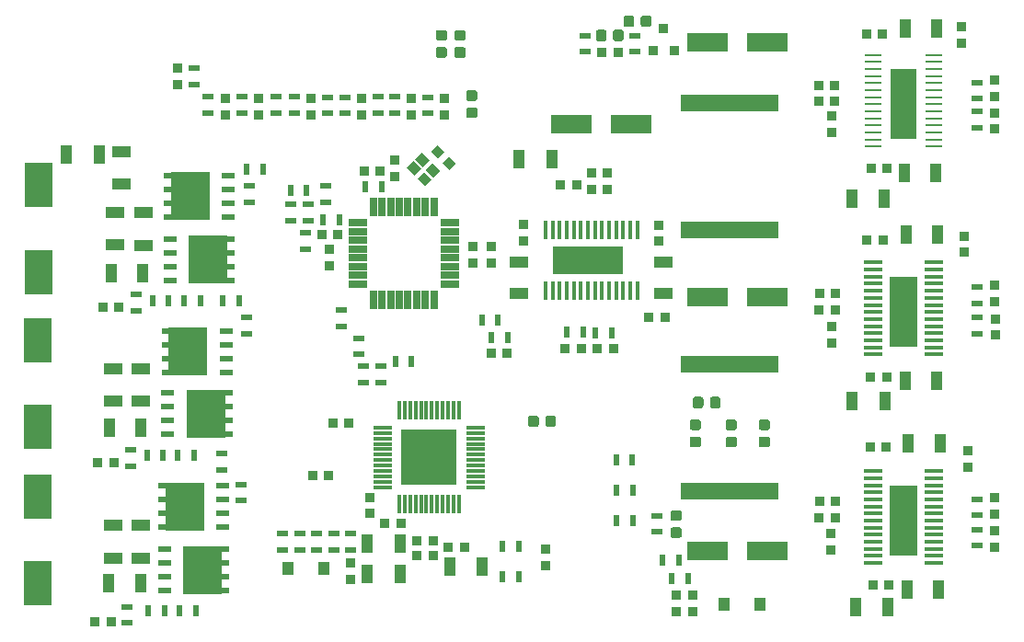
<source format=gtp>
G04 #@! TF.GenerationSoftware,KiCad,Pcbnew,(5.1.5-0)*
G04 #@! TF.CreationDate,2020-08-20T14:13:21-04:00*
G04 #@! TF.ProjectId,GrBLDC,4772424c-4443-42e6-9b69-6361645f7063,rev?*
G04 #@! TF.SameCoordinates,PX5a7646cPY8128a60*
G04 #@! TF.FileFunction,Paste,Top*
G04 #@! TF.FilePolarity,Positive*
%FSLAX46Y46*%
G04 Gerber Fmt 4.6, Leading zero omitted, Abs format (unit mm)*
G04 Created by KiCad (PCBNEW (5.1.5-0)) date 2020-08-20 14:13:21*
%MOMM*%
%LPD*%
G04 APERTURE LIST*
%ADD10R,1.701600X0.401600*%
%ADD11R,2.501600X6.561600*%
%ADD12R,0.851600X0.901600*%
%ADD13R,9.101600X1.501600*%
%ADD14C,0.150000*%
%ADD15R,1.701600X1.101600*%
%ADD16R,0.901600X0.851600*%
%ADD17R,1.101600X1.701600*%
%ADD18R,2.501900X4.102100*%
%ADD19R,0.601600X1.001600*%
%ADD20R,1.001600X0.601600*%
%ADD21R,1.549200X0.249200*%
%ADD22R,2.349200X6.409200*%
%ADD23R,0.401600X1.701600*%
%ADD24R,6.561600X2.501600*%
%ADD25R,1.181600X0.551600*%
%ADD26R,0.751600X0.551600*%
%ADD27R,3.641600X4.361600*%
%ADD28R,1.001600X1.801600*%
%ADD29R,3.700780X1.701800*%
%ADD30R,1.701600X0.651600*%
%ADD31R,0.651600X1.701600*%
%ADD32R,0.901700X0.901700*%
%ADD33R,1.801600X1.001600*%
%ADD34R,0.401600X1.801600*%
%ADD35R,1.801600X0.401600*%
%ADD36R,5.101600X5.101600*%
%ADD37R,1.001600X1.301600*%
G04 APERTURE END LIST*
D10*
X88730900Y30175200D03*
X88730900Y30825200D03*
X88730900Y31475200D03*
X88730900Y32125200D03*
X83130900Y28225200D03*
X88730900Y28225200D03*
X88730900Y28875200D03*
X88730900Y29525200D03*
X83130900Y32775200D03*
X83130900Y32125200D03*
X83130900Y31475200D03*
X83130900Y30825200D03*
X83130900Y30175200D03*
X83130900Y29525200D03*
X88730900Y32775200D03*
X83130900Y28875200D03*
X88730900Y27575200D03*
X88730900Y33425200D03*
X83130900Y33425200D03*
X83130900Y27575200D03*
X88730900Y26925200D03*
X88730900Y34075200D03*
X83130900Y34075200D03*
X83130900Y26925200D03*
X88730900Y26275200D03*
X88730900Y34725200D03*
X83130900Y34725200D03*
X83130900Y26275200D03*
D11*
X85930900Y30175200D03*
D12*
X43688000Y49797400D03*
X43688000Y48297400D03*
D13*
X69976500Y25349500D03*
X69976500Y13639500D03*
D12*
X53030000Y8360000D03*
X53030000Y6860000D03*
D14*
G36*
X73457581Y20280124D02*
G01*
X73481281Y20276609D01*
X73504523Y20270787D01*
X73527082Y20262715D01*
X73548742Y20252471D01*
X73569292Y20240153D01*
X73588537Y20225881D01*
X73606290Y20209790D01*
X73622381Y20192037D01*
X73636653Y20172792D01*
X73648971Y20152242D01*
X73659215Y20130582D01*
X73667287Y20108023D01*
X73673109Y20084781D01*
X73676624Y20061081D01*
X73677800Y20037150D01*
X73677800Y19548850D01*
X73676624Y19524919D01*
X73673109Y19501219D01*
X73667287Y19477977D01*
X73659215Y19455418D01*
X73648971Y19433758D01*
X73636653Y19413208D01*
X73622381Y19393963D01*
X73606290Y19376210D01*
X73588537Y19360119D01*
X73569292Y19345847D01*
X73548742Y19333529D01*
X73527082Y19323285D01*
X73504523Y19315213D01*
X73481281Y19309391D01*
X73457581Y19305876D01*
X73433650Y19304700D01*
X72870350Y19304700D01*
X72846419Y19305876D01*
X72822719Y19309391D01*
X72799477Y19315213D01*
X72776918Y19323285D01*
X72755258Y19333529D01*
X72734708Y19345847D01*
X72715463Y19360119D01*
X72697710Y19376210D01*
X72681619Y19393963D01*
X72667347Y19413208D01*
X72655029Y19433758D01*
X72644785Y19455418D01*
X72636713Y19477977D01*
X72630891Y19501219D01*
X72627376Y19524919D01*
X72626200Y19548850D01*
X72626200Y20037150D01*
X72627376Y20061081D01*
X72630891Y20084781D01*
X72636713Y20108023D01*
X72644785Y20130582D01*
X72655029Y20152242D01*
X72667347Y20172792D01*
X72681619Y20192037D01*
X72697710Y20209790D01*
X72715463Y20225881D01*
X72734708Y20240153D01*
X72755258Y20252471D01*
X72776918Y20262715D01*
X72799477Y20270787D01*
X72822719Y20276609D01*
X72846419Y20280124D01*
X72870350Y20281300D01*
X73433650Y20281300D01*
X73457581Y20280124D01*
G37*
G36*
X73457581Y18705124D02*
G01*
X73481281Y18701609D01*
X73504523Y18695787D01*
X73527082Y18687715D01*
X73548742Y18677471D01*
X73569292Y18665153D01*
X73588537Y18650881D01*
X73606290Y18634790D01*
X73622381Y18617037D01*
X73636653Y18597792D01*
X73648971Y18577242D01*
X73659215Y18555582D01*
X73667287Y18533023D01*
X73673109Y18509781D01*
X73676624Y18486081D01*
X73677800Y18462150D01*
X73677800Y17973850D01*
X73676624Y17949919D01*
X73673109Y17926219D01*
X73667287Y17902977D01*
X73659215Y17880418D01*
X73648971Y17858758D01*
X73636653Y17838208D01*
X73622381Y17818963D01*
X73606290Y17801210D01*
X73588537Y17785119D01*
X73569292Y17770847D01*
X73548742Y17758529D01*
X73527082Y17748285D01*
X73504523Y17740213D01*
X73481281Y17734391D01*
X73457581Y17730876D01*
X73433650Y17729700D01*
X72870350Y17729700D01*
X72846419Y17730876D01*
X72822719Y17734391D01*
X72799477Y17740213D01*
X72776918Y17748285D01*
X72755258Y17758529D01*
X72734708Y17770847D01*
X72715463Y17785119D01*
X72697710Y17801210D01*
X72681619Y17818963D01*
X72667347Y17838208D01*
X72655029Y17858758D01*
X72644785Y17880418D01*
X72636713Y17902977D01*
X72630891Y17926219D01*
X72627376Y17949919D01*
X72626200Y17973850D01*
X72626200Y18462150D01*
X72627376Y18486081D01*
X72630891Y18509781D01*
X72636713Y18533023D01*
X72644785Y18555582D01*
X72655029Y18577242D01*
X72667347Y18597792D01*
X72681619Y18617037D01*
X72697710Y18634790D01*
X72715463Y18650881D01*
X72734708Y18665153D01*
X72755258Y18677471D01*
X72776918Y18687715D01*
X72799477Y18695787D01*
X72822719Y18701609D01*
X72846419Y18705124D01*
X72870350Y18706300D01*
X73433650Y18706300D01*
X73457581Y18705124D01*
G37*
G36*
X70409581Y20272624D02*
G01*
X70433281Y20269109D01*
X70456523Y20263287D01*
X70479082Y20255215D01*
X70500742Y20244971D01*
X70521292Y20232653D01*
X70540537Y20218381D01*
X70558290Y20202290D01*
X70574381Y20184537D01*
X70588653Y20165292D01*
X70600971Y20144742D01*
X70611215Y20123082D01*
X70619287Y20100523D01*
X70625109Y20077281D01*
X70628624Y20053581D01*
X70629800Y20029650D01*
X70629800Y19541350D01*
X70628624Y19517419D01*
X70625109Y19493719D01*
X70619287Y19470477D01*
X70611215Y19447918D01*
X70600971Y19426258D01*
X70588653Y19405708D01*
X70574381Y19386463D01*
X70558290Y19368710D01*
X70540537Y19352619D01*
X70521292Y19338347D01*
X70500742Y19326029D01*
X70479082Y19315785D01*
X70456523Y19307713D01*
X70433281Y19301891D01*
X70409581Y19298376D01*
X70385650Y19297200D01*
X69822350Y19297200D01*
X69798419Y19298376D01*
X69774719Y19301891D01*
X69751477Y19307713D01*
X69728918Y19315785D01*
X69707258Y19326029D01*
X69686708Y19338347D01*
X69667463Y19352619D01*
X69649710Y19368710D01*
X69633619Y19386463D01*
X69619347Y19405708D01*
X69607029Y19426258D01*
X69596785Y19447918D01*
X69588713Y19470477D01*
X69582891Y19493719D01*
X69579376Y19517419D01*
X69578200Y19541350D01*
X69578200Y20029650D01*
X69579376Y20053581D01*
X69582891Y20077281D01*
X69588713Y20100523D01*
X69596785Y20123082D01*
X69607029Y20144742D01*
X69619347Y20165292D01*
X69633619Y20184537D01*
X69649710Y20202290D01*
X69667463Y20218381D01*
X69686708Y20232653D01*
X69707258Y20244971D01*
X69728918Y20255215D01*
X69751477Y20263287D01*
X69774719Y20269109D01*
X69798419Y20272624D01*
X69822350Y20273800D01*
X70385650Y20273800D01*
X70409581Y20272624D01*
G37*
G36*
X70409581Y18697624D02*
G01*
X70433281Y18694109D01*
X70456523Y18688287D01*
X70479082Y18680215D01*
X70500742Y18669971D01*
X70521292Y18657653D01*
X70540537Y18643381D01*
X70558290Y18627290D01*
X70574381Y18609537D01*
X70588653Y18590292D01*
X70600971Y18569742D01*
X70611215Y18548082D01*
X70619287Y18525523D01*
X70625109Y18502281D01*
X70628624Y18478581D01*
X70629800Y18454650D01*
X70629800Y17966350D01*
X70628624Y17942419D01*
X70625109Y17918719D01*
X70619287Y17895477D01*
X70611215Y17872918D01*
X70600971Y17851258D01*
X70588653Y17830708D01*
X70574381Y17811463D01*
X70558290Y17793710D01*
X70540537Y17777619D01*
X70521292Y17763347D01*
X70500742Y17751029D01*
X70479082Y17740785D01*
X70456523Y17732713D01*
X70433281Y17726891D01*
X70409581Y17723376D01*
X70385650Y17722200D01*
X69822350Y17722200D01*
X69798419Y17723376D01*
X69774719Y17726891D01*
X69751477Y17732713D01*
X69728918Y17740785D01*
X69707258Y17751029D01*
X69686708Y17763347D01*
X69667463Y17777619D01*
X69649710Y17793710D01*
X69633619Y17811463D01*
X69619347Y17830708D01*
X69607029Y17851258D01*
X69596785Y17872918D01*
X69588713Y17895477D01*
X69582891Y17918719D01*
X69579376Y17942419D01*
X69578200Y17966350D01*
X69578200Y18454650D01*
X69579376Y18478581D01*
X69582891Y18502281D01*
X69588713Y18525523D01*
X69596785Y18548082D01*
X69607029Y18569742D01*
X69619347Y18590292D01*
X69633619Y18609537D01*
X69649710Y18627290D01*
X69667463Y18643381D01*
X69686708Y18657653D01*
X69707258Y18669971D01*
X69728918Y18680215D01*
X69751477Y18688287D01*
X69774719Y18694109D01*
X69798419Y18697624D01*
X69822350Y18698800D01*
X70385650Y18698800D01*
X70409581Y18697624D01*
G37*
G36*
X67107581Y18705124D02*
G01*
X67131281Y18701609D01*
X67154523Y18695787D01*
X67177082Y18687715D01*
X67198742Y18677471D01*
X67219292Y18665153D01*
X67238537Y18650881D01*
X67256290Y18634790D01*
X67272381Y18617037D01*
X67286653Y18597792D01*
X67298971Y18577242D01*
X67309215Y18555582D01*
X67317287Y18533023D01*
X67323109Y18509781D01*
X67326624Y18486081D01*
X67327800Y18462150D01*
X67327800Y17973850D01*
X67326624Y17949919D01*
X67323109Y17926219D01*
X67317287Y17902977D01*
X67309215Y17880418D01*
X67298971Y17858758D01*
X67286653Y17838208D01*
X67272381Y17818963D01*
X67256290Y17801210D01*
X67238537Y17785119D01*
X67219292Y17770847D01*
X67198742Y17758529D01*
X67177082Y17748285D01*
X67154523Y17740213D01*
X67131281Y17734391D01*
X67107581Y17730876D01*
X67083650Y17729700D01*
X66520350Y17729700D01*
X66496419Y17730876D01*
X66472719Y17734391D01*
X66449477Y17740213D01*
X66426918Y17748285D01*
X66405258Y17758529D01*
X66384708Y17770847D01*
X66365463Y17785119D01*
X66347710Y17801210D01*
X66331619Y17818963D01*
X66317347Y17838208D01*
X66305029Y17858758D01*
X66294785Y17880418D01*
X66286713Y17902977D01*
X66280891Y17926219D01*
X66277376Y17949919D01*
X66276200Y17973850D01*
X66276200Y18462150D01*
X66277376Y18486081D01*
X66280891Y18509781D01*
X66286713Y18533023D01*
X66294785Y18555582D01*
X66305029Y18577242D01*
X66317347Y18597792D01*
X66331619Y18617037D01*
X66347710Y18634790D01*
X66365463Y18650881D01*
X66384708Y18665153D01*
X66405258Y18677471D01*
X66426918Y18687715D01*
X66449477Y18695787D01*
X66472719Y18701609D01*
X66496419Y18705124D01*
X66520350Y18706300D01*
X67083650Y18706300D01*
X67107581Y18705124D01*
G37*
G36*
X67107581Y20280124D02*
G01*
X67131281Y20276609D01*
X67154523Y20270787D01*
X67177082Y20262715D01*
X67198742Y20252471D01*
X67219292Y20240153D01*
X67238537Y20225881D01*
X67256290Y20209790D01*
X67272381Y20192037D01*
X67286653Y20172792D01*
X67298971Y20152242D01*
X67309215Y20130582D01*
X67317287Y20108023D01*
X67323109Y20084781D01*
X67326624Y20061081D01*
X67327800Y20037150D01*
X67327800Y19548850D01*
X67326624Y19524919D01*
X67323109Y19501219D01*
X67317287Y19477977D01*
X67309215Y19455418D01*
X67298971Y19433758D01*
X67286653Y19413208D01*
X67272381Y19393963D01*
X67256290Y19376210D01*
X67238537Y19360119D01*
X67219292Y19345847D01*
X67198742Y19333529D01*
X67177082Y19323285D01*
X67154523Y19315213D01*
X67131281Y19309391D01*
X67107581Y19305876D01*
X67083650Y19304700D01*
X66520350Y19304700D01*
X66496419Y19305876D01*
X66472719Y19309391D01*
X66449477Y19315213D01*
X66426918Y19323285D01*
X66405258Y19333529D01*
X66384708Y19345847D01*
X66365463Y19360119D01*
X66347710Y19376210D01*
X66331619Y19393963D01*
X66317347Y19413208D01*
X66305029Y19433758D01*
X66294785Y19455418D01*
X66286713Y19477977D01*
X66280891Y19501219D01*
X66277376Y19524919D01*
X66276200Y19548850D01*
X66276200Y20037150D01*
X66277376Y20061081D01*
X66280891Y20084781D01*
X66286713Y20108023D01*
X66294785Y20130582D01*
X66305029Y20152242D01*
X66317347Y20172792D01*
X66331619Y20192037D01*
X66347710Y20209790D01*
X66365463Y20225881D01*
X66384708Y20240153D01*
X66405258Y20252471D01*
X66426918Y20262715D01*
X66449477Y20270787D01*
X66472719Y20276609D01*
X66496419Y20280124D01*
X66520350Y20281300D01*
X67083650Y20281300D01*
X67107581Y20280124D01*
G37*
D12*
X35110000Y5540000D03*
X35110000Y7040000D03*
D15*
X13271500Y24969600D03*
X13271500Y21969600D03*
D16*
X41160000Y7747000D03*
X42660000Y7747000D03*
X49500000Y26340000D03*
X48000000Y26340000D03*
D12*
X91300300Y54952200D03*
X91300300Y56452200D03*
X91528900Y35660900D03*
X91528900Y37160900D03*
X91871800Y15912400D03*
X91871800Y17412400D03*
D16*
X62539180Y29654500D03*
X64039180Y29654500D03*
D12*
X94315280Y46999460D03*
X94315280Y48499460D03*
X94404180Y28053600D03*
X94404180Y29553600D03*
X94338140Y8541320D03*
X94338140Y10041320D03*
D16*
X54830280Y26771600D03*
X56330280Y26771600D03*
D12*
X94315280Y51496660D03*
X94315280Y49996660D03*
X94378780Y32627000D03*
X94378780Y31127000D03*
X94338140Y13102020D03*
X94338140Y11602020D03*
D16*
X59302080Y26771600D03*
X57802080Y26771600D03*
X79629700Y51041300D03*
X78129700Y51041300D03*
X79713520Y31884620D03*
X78213520Y31884620D03*
X79721140Y12786360D03*
X78221140Y12786360D03*
D12*
X58717180Y41477500D03*
X58717180Y42977500D03*
D16*
X79642400Y49618900D03*
X78142400Y49618900D03*
D12*
X79324200Y48184500D03*
X79324200Y46684500D03*
D16*
X79700820Y30360620D03*
X78200820Y30360620D03*
D12*
X79395320Y28850020D03*
X79395320Y27350020D03*
D16*
X79708440Y11198860D03*
X78208440Y11198860D03*
D12*
X79291180Y9767000D03*
X79291180Y8267000D03*
X57269380Y41477500D03*
X57269380Y42977500D03*
D16*
X55885780Y41871900D03*
X54385780Y41871900D03*
X82536600Y55778400D03*
X84036600Y55778400D03*
X82920140Y24218900D03*
X84420140Y24218900D03*
X82892200Y17716500D03*
X84392200Y17716500D03*
D12*
X51033680Y38215000D03*
X51033680Y36715000D03*
X36080700Y49810100D03*
X36080700Y48310100D03*
X26631900Y49822800D03*
X26631900Y48322800D03*
X40690800Y49822800D03*
X40690800Y48322800D03*
X31450000Y49820000D03*
X31450000Y48320000D03*
X23558500Y48322800D03*
X23558500Y49822800D03*
D16*
X82574700Y36804600D03*
X84074700Y36804600D03*
X83146200Y5016500D03*
X84646200Y5016500D03*
D12*
X63466980Y38176900D03*
X63466980Y36676900D03*
D16*
X39741540Y10749280D03*
X38241540Y10749280D03*
D17*
X39638100Y8859520D03*
X36638100Y8859520D03*
D12*
X36890000Y13120000D03*
X36890000Y11620000D03*
D16*
X33430000Y19930000D03*
X34930000Y19930000D03*
X33070000Y15150000D03*
X31570000Y15150000D03*
D12*
X65020000Y2620000D03*
X65020000Y4120000D03*
D17*
X36640000Y6050000D03*
X39640000Y6050000D03*
D12*
X66560000Y2630000D03*
X66560000Y4130000D03*
D18*
X6362700Y41846500D03*
X6362700Y33845500D03*
D17*
X81258280Y21996400D03*
X84258280Y21996400D03*
D15*
X15760700Y24969600D03*
X15760700Y21969600D03*
X13220700Y10542400D03*
X13220700Y7542400D03*
D18*
X6311900Y27571700D03*
X6311900Y19570700D03*
D15*
X16014700Y39295200D03*
X16014700Y36295200D03*
X13373100Y39346000D03*
X13373100Y36346000D03*
D18*
X6311900Y13195300D03*
X6311900Y5194300D03*
D17*
X50587780Y44234100D03*
X53587780Y44234100D03*
D15*
X15760700Y10542400D03*
X15760700Y7542400D03*
D16*
X82968400Y43370500D03*
X84468400Y43370500D03*
X59678000Y54102000D03*
X58178000Y54102000D03*
X41160000Y9144000D03*
X42660000Y9144000D03*
D19*
X47140000Y29390000D03*
X48640000Y29390000D03*
X49510000Y27850000D03*
X48010000Y27850000D03*
D20*
X92692220Y47141700D03*
X92692220Y48641700D03*
X92753180Y28180600D03*
X92753180Y29680600D03*
X92710000Y8655620D03*
X92710000Y10155620D03*
D19*
X54976330Y28301950D03*
X56476330Y28301950D03*
D20*
X92692220Y51296000D03*
X92692220Y49796000D03*
X92765880Y32474600D03*
X92765880Y30974600D03*
X92710000Y12959780D03*
X92710000Y11459780D03*
D19*
X59136980Y28282900D03*
X57636980Y28282900D03*
D20*
X61214000Y54114000D03*
X61214000Y55614000D03*
X56642000Y55614000D03*
X56642000Y54114000D03*
X32994600Y48437100D03*
X32994600Y49937100D03*
X42202100Y48449800D03*
X42202100Y49949800D03*
X34607500Y48449800D03*
X34607500Y49949800D03*
X25082500Y48475200D03*
X25082500Y49975200D03*
D19*
X61020000Y16520000D03*
X59520000Y16520000D03*
D20*
X39179500Y49975200D03*
X39179500Y48475200D03*
X29883100Y49975200D03*
X29883100Y48475200D03*
X21932900Y50000600D03*
X21932900Y48500600D03*
D19*
X61032000Y13726000D03*
X59532000Y13726000D03*
X61044000Y10932000D03*
X59544000Y10932000D03*
D20*
X37579300Y49975200D03*
X37579300Y48475200D03*
X28257500Y49975200D03*
X28257500Y48475200D03*
X20700000Y51130000D03*
X20700000Y52630000D03*
X23253700Y17133000D03*
X23253700Y15633000D03*
X25010000Y12800000D03*
X25010000Y14300000D03*
D19*
X20828700Y2641600D03*
X19328700Y2641600D03*
X64640000Y5660000D03*
X66140000Y5660000D03*
X17983900Y2641600D03*
X16483900Y2641600D03*
X23316500Y31191200D03*
X24816500Y31191200D03*
D20*
X25539700Y28155200D03*
X25539700Y29655200D03*
D19*
X20676300Y17018000D03*
X19176300Y17018000D03*
X21285900Y31242000D03*
X19785900Y31242000D03*
X27013600Y43294300D03*
X25513600Y43294300D03*
D20*
X25793700Y40258300D03*
X25793700Y41758300D03*
D19*
X17831500Y17018000D03*
X16331500Y17018000D03*
X18339500Y31242000D03*
X16839500Y31242000D03*
X65290000Y7340000D03*
X63790000Y7340000D03*
D20*
X63246000Y9930000D03*
X63246000Y11430000D03*
D21*
X88728200Y49301400D03*
X88728200Y49951400D03*
X88728200Y50601400D03*
X88728200Y51251400D03*
X83128200Y47351400D03*
X88728200Y47351400D03*
X88728200Y48001400D03*
X88728200Y48651400D03*
X83128200Y51901400D03*
X83128200Y51251400D03*
X83128200Y50601400D03*
X83128200Y49951400D03*
X83128200Y49301400D03*
X83128200Y48651400D03*
X88728200Y51901400D03*
X83128200Y48001400D03*
X88728200Y46701400D03*
X88728200Y52551400D03*
X83128200Y52551400D03*
X83128200Y46701400D03*
X88728200Y46051400D03*
X88728200Y53201400D03*
X83128200Y53201400D03*
X83128200Y46051400D03*
X88728200Y45401400D03*
X88728200Y53851400D03*
X83128200Y53851400D03*
X83128200Y45401400D03*
D22*
X85928200Y49301400D03*
D10*
X88725800Y10972800D03*
X88725800Y11622800D03*
X88725800Y12272800D03*
X88725800Y12922800D03*
X83125800Y9022800D03*
X88725800Y9022800D03*
X88725800Y9672800D03*
X88725800Y10322800D03*
X83125800Y13572800D03*
X83125800Y12922800D03*
X83125800Y12272800D03*
X83125800Y11622800D03*
X83125800Y10972800D03*
X83125800Y10322800D03*
X88725800Y13572800D03*
X83125800Y9672800D03*
X88725800Y8372800D03*
X88725800Y14222800D03*
X83125800Y14222800D03*
X83125800Y8372800D03*
X88725800Y7722800D03*
X88725800Y14872800D03*
X83125800Y14872800D03*
X83125800Y7722800D03*
X88725800Y7072800D03*
X88725800Y15522800D03*
X83125800Y15522800D03*
X83125800Y7072800D03*
D11*
X85925800Y10972800D03*
D23*
X56913780Y32163100D03*
X57563780Y32163100D03*
X58213780Y32163100D03*
X58863780Y32163100D03*
X54963780Y37763100D03*
X54963780Y32163100D03*
X55613780Y32163100D03*
X56263780Y32163100D03*
X59513780Y37763100D03*
X58863780Y37763100D03*
X58213780Y37763100D03*
X57563780Y37763100D03*
X56913780Y37763100D03*
X56263780Y37763100D03*
X59513780Y32163100D03*
X55613780Y37763100D03*
X54313780Y32163100D03*
X60163780Y32163100D03*
X60163780Y37763100D03*
X54313780Y37763100D03*
X53663780Y32163100D03*
X60813780Y32163100D03*
X60813780Y37763100D03*
X53663780Y37763100D03*
X53013780Y32163100D03*
X61463780Y32163100D03*
X61463780Y37763100D03*
X53013780Y37763100D03*
D24*
X56913780Y34963100D03*
D25*
X23339100Y10337800D03*
X23339100Y11607800D03*
X23339100Y12877800D03*
D26*
X17699100Y11607800D03*
X17699100Y12877800D03*
X17699100Y14147800D03*
D25*
X23339100Y14147800D03*
D27*
X19794100Y12242800D03*
D26*
X17699100Y10337800D03*
D25*
X17935900Y8305800D03*
X17935900Y7035800D03*
X17935900Y5765800D03*
D26*
X23575900Y7035800D03*
X23575900Y5765800D03*
X23575900Y4495800D03*
D25*
X17935900Y4495800D03*
D27*
X21480900Y6400800D03*
D26*
X23575900Y8305800D03*
D25*
X23669300Y24612600D03*
X23669300Y25882600D03*
X23669300Y27152600D03*
D26*
X18029300Y25882600D03*
X18029300Y27152600D03*
X18029300Y28422600D03*
D25*
X23669300Y28422600D03*
D27*
X20124300Y26517600D03*
D26*
X18029300Y24612600D03*
D25*
X18240700Y22733000D03*
X18240700Y21463000D03*
X18240700Y20193000D03*
D26*
X23880700Y21463000D03*
X23880700Y20193000D03*
X23880700Y18923000D03*
D25*
X18240700Y18923000D03*
D27*
X21785700Y20828000D03*
D26*
X23880700Y22733000D03*
D25*
X23847100Y38938200D03*
X23847100Y40208200D03*
X23847100Y41478200D03*
D26*
X18207100Y40208200D03*
X18207100Y41478200D03*
X18207100Y42748200D03*
D25*
X23847100Y42748200D03*
D27*
X20302100Y40843200D03*
D26*
X18207100Y38938200D03*
D25*
X18443900Y36906200D03*
X18443900Y35636200D03*
X18443900Y34366200D03*
D26*
X24083900Y35636200D03*
X24083900Y34366200D03*
X24083900Y33096200D03*
D25*
X18443900Y33096200D03*
D27*
X21988900Y35001200D03*
D26*
X24083900Y36906200D03*
D28*
X12837500Y5181600D03*
X15737500Y5181600D03*
X12888300Y19558000D03*
X15788300Y19558000D03*
X13040700Y33782000D03*
X15940700Y33782000D03*
D17*
X8938000Y44704000D03*
X11938000Y44704000D03*
D15*
X13970000Y41934000D03*
X13970000Y44934000D03*
D29*
X73439020Y54991000D03*
X67937380Y54991000D03*
X73426320Y31521400D03*
X67924680Y31521400D03*
X73426320Y8204200D03*
X67924680Y8204200D03*
X60934600Y47434500D03*
X55432960Y47434500D03*
D13*
X69976500Y49428700D03*
X69976500Y37718700D03*
D17*
X81537680Y2997200D03*
X84537680Y2997200D03*
X81215100Y40614600D03*
X84215100Y40614600D03*
D19*
X50534000Y8636000D03*
X49034000Y8636000D03*
X50534000Y5842000D03*
X49034000Y5842000D03*
D12*
X19180000Y51120000D03*
X19180000Y52620000D03*
D30*
X44211820Y32762540D03*
X44211820Y33562540D03*
X44211820Y34362540D03*
X44211820Y35162540D03*
X44211820Y35962540D03*
X44211820Y36762540D03*
X44211820Y37562540D03*
X44211820Y38362540D03*
D31*
X42761820Y39812540D03*
X41961820Y39812540D03*
X41161820Y39812540D03*
X40361820Y39812540D03*
X39561820Y39812540D03*
X38761820Y39812540D03*
X37961820Y39812540D03*
X37161820Y39812540D03*
D30*
X35711820Y38362540D03*
X35711820Y37562540D03*
X35711820Y36762540D03*
X35711820Y35962540D03*
X35711820Y35162540D03*
X35711820Y34362540D03*
X35711820Y33562540D03*
X35711820Y32762540D03*
D31*
X37161820Y31312540D03*
X37961820Y31312540D03*
X38761820Y31312540D03*
X39561820Y31312540D03*
X40361820Y31312540D03*
X41161820Y31312540D03*
X41961820Y31312540D03*
X42761820Y31312540D03*
D14*
G36*
X43339766Y43165579D02*
G01*
X42702238Y42528051D01*
X41994000Y43236289D01*
X42631528Y43873817D01*
X43339766Y43165579D01*
G37*
G36*
X42349817Y44155528D02*
G01*
X41712289Y43518000D01*
X41004051Y44226238D01*
X41641579Y44863766D01*
X42349817Y44155528D01*
G37*
G36*
X41572000Y43377711D02*
G01*
X40934472Y42740183D01*
X40226234Y43448421D01*
X40863762Y44085949D01*
X41572000Y43377711D01*
G37*
G36*
X42561949Y42387762D02*
G01*
X41924421Y41750234D01*
X41216183Y42458472D01*
X41853711Y43096000D01*
X42561949Y42387762D01*
G37*
D16*
X11540000Y1630000D03*
X13040000Y1630000D03*
X11820000Y16320000D03*
X13320000Y16320000D03*
X12270040Y30573980D03*
X13770040Y30573980D03*
D20*
X34230000Y28850000D03*
X34230000Y30350000D03*
X32800000Y41770000D03*
X32800000Y40270000D03*
X31940000Y9770000D03*
X31940000Y8270000D03*
X30380000Y9770000D03*
X30380000Y8270000D03*
D19*
X40690000Y25600000D03*
X39190000Y25600000D03*
D20*
X35850000Y27770000D03*
X35850000Y26270000D03*
X29610000Y38590000D03*
X29610000Y40090000D03*
D19*
X29540000Y41330000D03*
X31040000Y41330000D03*
D20*
X33520000Y8290000D03*
X33520000Y9790000D03*
X37860000Y25200000D03*
X37860000Y23700000D03*
X31180000Y38580000D03*
X31180000Y40080000D03*
X14500000Y3050000D03*
X14500000Y1550000D03*
X35080000Y9790000D03*
X35080000Y8290000D03*
X14840000Y17490000D03*
X14840000Y15990000D03*
X36230000Y23690000D03*
X36230000Y25190000D03*
X15318740Y31768480D03*
X15318740Y30268480D03*
X30950000Y35930000D03*
X30950000Y37430000D03*
D14*
G36*
X43534980Y43873848D02*
G01*
X44137152Y44476020D01*
X44774680Y43838492D01*
X44172508Y43236320D01*
X43534980Y43873848D01*
G37*
G36*
X42474320Y44934508D02*
G01*
X43076492Y45536680D01*
X43714020Y44899152D01*
X43111848Y44296980D01*
X42474320Y44934508D01*
G37*
D12*
X39160000Y44130000D03*
X39160000Y42630000D03*
D16*
X32410000Y37270000D03*
X33910000Y37270000D03*
D12*
X33150000Y34410000D03*
X33150000Y35910000D03*
X46367700Y36175380D03*
X46367700Y34675380D03*
X47993300Y36195700D03*
X47993300Y34695700D03*
D16*
X36310000Y43120000D03*
X37810000Y43120000D03*
X45581000Y8509000D03*
X44081000Y8509000D03*
D17*
X44220000Y6731000D03*
X47220000Y6731000D03*
D32*
X62950000Y54250000D03*
X64850000Y54250000D03*
X63900000Y56248980D03*
D28*
X89003800Y56273700D03*
X86103800Y56273700D03*
X89092700Y37287200D03*
X86192700Y37287200D03*
X89308600Y18097500D03*
X86408600Y18097500D03*
D33*
X63898780Y31849400D03*
X63898780Y34749400D03*
D28*
X88953000Y42951400D03*
X86053000Y42951400D03*
X89029200Y23799800D03*
X86129200Y23799800D03*
X89214620Y4597400D03*
X86314620Y4597400D03*
D33*
X50601880Y31900200D03*
X50601880Y34800200D03*
D19*
X36460000Y41700000D03*
X37960000Y41700000D03*
X32560000Y38690000D03*
X34060000Y38690000D03*
D20*
X28810000Y8260000D03*
X28810000Y9760000D03*
D14*
G36*
X65335581Y10352124D02*
G01*
X65359281Y10348609D01*
X65382523Y10342787D01*
X65405082Y10334715D01*
X65426742Y10324471D01*
X65447292Y10312153D01*
X65466537Y10297881D01*
X65484290Y10281790D01*
X65500381Y10264037D01*
X65514653Y10244792D01*
X65526971Y10224242D01*
X65537215Y10202582D01*
X65545287Y10180023D01*
X65551109Y10156781D01*
X65554624Y10133081D01*
X65555800Y10109150D01*
X65555800Y9620850D01*
X65554624Y9596919D01*
X65551109Y9573219D01*
X65545287Y9549977D01*
X65537215Y9527418D01*
X65526971Y9505758D01*
X65514653Y9485208D01*
X65500381Y9465963D01*
X65484290Y9448210D01*
X65466537Y9432119D01*
X65447292Y9417847D01*
X65426742Y9405529D01*
X65405082Y9395285D01*
X65382523Y9387213D01*
X65359281Y9381391D01*
X65335581Y9377876D01*
X65311650Y9376700D01*
X64748350Y9376700D01*
X64724419Y9377876D01*
X64700719Y9381391D01*
X64677477Y9387213D01*
X64654918Y9395285D01*
X64633258Y9405529D01*
X64612708Y9417847D01*
X64593463Y9432119D01*
X64575710Y9448210D01*
X64559619Y9465963D01*
X64545347Y9485208D01*
X64533029Y9505758D01*
X64522785Y9527418D01*
X64514713Y9549977D01*
X64508891Y9573219D01*
X64505376Y9596919D01*
X64504200Y9620850D01*
X64504200Y10109150D01*
X64505376Y10133081D01*
X64508891Y10156781D01*
X64514713Y10180023D01*
X64522785Y10202582D01*
X64533029Y10224242D01*
X64545347Y10244792D01*
X64559619Y10264037D01*
X64575710Y10281790D01*
X64593463Y10297881D01*
X64612708Y10312153D01*
X64633258Y10324471D01*
X64654918Y10334715D01*
X64677477Y10342787D01*
X64700719Y10348609D01*
X64724419Y10352124D01*
X64748350Y10353300D01*
X65311650Y10353300D01*
X65335581Y10352124D01*
G37*
G36*
X65335581Y11927124D02*
G01*
X65359281Y11923609D01*
X65382523Y11917787D01*
X65405082Y11909715D01*
X65426742Y11899471D01*
X65447292Y11887153D01*
X65466537Y11872881D01*
X65484290Y11856790D01*
X65500381Y11839037D01*
X65514653Y11819792D01*
X65526971Y11799242D01*
X65537215Y11777582D01*
X65545287Y11755023D01*
X65551109Y11731781D01*
X65554624Y11708081D01*
X65555800Y11684150D01*
X65555800Y11195850D01*
X65554624Y11171919D01*
X65551109Y11148219D01*
X65545287Y11124977D01*
X65537215Y11102418D01*
X65526971Y11080758D01*
X65514653Y11060208D01*
X65500381Y11040963D01*
X65484290Y11023210D01*
X65466537Y11007119D01*
X65447292Y10992847D01*
X65426742Y10980529D01*
X65405082Y10970285D01*
X65382523Y10962213D01*
X65359281Y10956391D01*
X65335581Y10952876D01*
X65311650Y10951700D01*
X64748350Y10951700D01*
X64724419Y10952876D01*
X64700719Y10956391D01*
X64677477Y10962213D01*
X64654918Y10970285D01*
X64633258Y10980529D01*
X64612708Y10992847D01*
X64593463Y11007119D01*
X64575710Y11023210D01*
X64559619Y11040963D01*
X64545347Y11060208D01*
X64533029Y11080758D01*
X64522785Y11102418D01*
X64514713Y11124977D01*
X64508891Y11148219D01*
X64505376Y11171919D01*
X64504200Y11195850D01*
X64504200Y11684150D01*
X64505376Y11708081D01*
X64508891Y11731781D01*
X64514713Y11755023D01*
X64522785Y11777582D01*
X64533029Y11799242D01*
X64545347Y11819792D01*
X64559619Y11839037D01*
X64575710Y11856790D01*
X64593463Y11872881D01*
X64612708Y11887153D01*
X64633258Y11899471D01*
X64654918Y11909715D01*
X64677477Y11917787D01*
X64700719Y11923609D01*
X64724419Y11927124D01*
X64748350Y11928300D01*
X65311650Y11928300D01*
X65335581Y11927124D01*
G37*
G36*
X62538081Y57454624D02*
G01*
X62561781Y57451109D01*
X62585023Y57445287D01*
X62607582Y57437215D01*
X62629242Y57426971D01*
X62649792Y57414653D01*
X62669037Y57400381D01*
X62686790Y57384290D01*
X62702881Y57366537D01*
X62717153Y57347292D01*
X62729471Y57326742D01*
X62739715Y57305082D01*
X62747787Y57282523D01*
X62753609Y57259281D01*
X62757124Y57235581D01*
X62758300Y57211650D01*
X62758300Y56648350D01*
X62757124Y56624419D01*
X62753609Y56600719D01*
X62747787Y56577477D01*
X62739715Y56554918D01*
X62729471Y56533258D01*
X62717153Y56512708D01*
X62702881Y56493463D01*
X62686790Y56475710D01*
X62669037Y56459619D01*
X62649792Y56445347D01*
X62629242Y56433029D01*
X62607582Y56422785D01*
X62585023Y56414713D01*
X62561781Y56408891D01*
X62538081Y56405376D01*
X62514150Y56404200D01*
X62025850Y56404200D01*
X62001919Y56405376D01*
X61978219Y56408891D01*
X61954977Y56414713D01*
X61932418Y56422785D01*
X61910758Y56433029D01*
X61890208Y56445347D01*
X61870963Y56459619D01*
X61853210Y56475710D01*
X61837119Y56493463D01*
X61822847Y56512708D01*
X61810529Y56533258D01*
X61800285Y56554918D01*
X61792213Y56577477D01*
X61786391Y56600719D01*
X61782876Y56624419D01*
X61781700Y56648350D01*
X61781700Y57211650D01*
X61782876Y57235581D01*
X61786391Y57259281D01*
X61792213Y57282523D01*
X61800285Y57305082D01*
X61810529Y57326742D01*
X61822847Y57347292D01*
X61837119Y57366537D01*
X61853210Y57384290D01*
X61870963Y57400381D01*
X61890208Y57414653D01*
X61910758Y57426971D01*
X61932418Y57437215D01*
X61954977Y57445287D01*
X61978219Y57451109D01*
X62001919Y57454624D01*
X62025850Y57455800D01*
X62514150Y57455800D01*
X62538081Y57454624D01*
G37*
G36*
X60963081Y57454624D02*
G01*
X60986781Y57451109D01*
X61010023Y57445287D01*
X61032582Y57437215D01*
X61054242Y57426971D01*
X61074792Y57414653D01*
X61094037Y57400381D01*
X61111790Y57384290D01*
X61127881Y57366537D01*
X61142153Y57347292D01*
X61154471Y57326742D01*
X61164715Y57305082D01*
X61172787Y57282523D01*
X61178609Y57259281D01*
X61182124Y57235581D01*
X61183300Y57211650D01*
X61183300Y56648350D01*
X61182124Y56624419D01*
X61178609Y56600719D01*
X61172787Y56577477D01*
X61164715Y56554918D01*
X61154471Y56533258D01*
X61142153Y56512708D01*
X61127881Y56493463D01*
X61111790Y56475710D01*
X61094037Y56459619D01*
X61074792Y56445347D01*
X61054242Y56433029D01*
X61032582Y56422785D01*
X61010023Y56414713D01*
X60986781Y56408891D01*
X60963081Y56405376D01*
X60939150Y56404200D01*
X60450850Y56404200D01*
X60426919Y56405376D01*
X60403219Y56408891D01*
X60379977Y56414713D01*
X60357418Y56422785D01*
X60335758Y56433029D01*
X60315208Y56445347D01*
X60295963Y56459619D01*
X60278210Y56475710D01*
X60262119Y56493463D01*
X60247847Y56512708D01*
X60235529Y56533258D01*
X60225285Y56554918D01*
X60217213Y56577477D01*
X60211391Y56600719D01*
X60207876Y56624419D01*
X60206700Y56648350D01*
X60206700Y57211650D01*
X60207876Y57235581D01*
X60211391Y57259281D01*
X60217213Y57282523D01*
X60225285Y57305082D01*
X60235529Y57326742D01*
X60247847Y57347292D01*
X60262119Y57366537D01*
X60278210Y57384290D01*
X60295963Y57400381D01*
X60315208Y57414653D01*
X60335758Y57426971D01*
X60357418Y57437215D01*
X60379977Y57445287D01*
X60403219Y57451109D01*
X60426919Y57454624D01*
X60450850Y57455800D01*
X60939150Y57455800D01*
X60963081Y57454624D01*
G37*
G36*
X67324081Y22368624D02*
G01*
X67347781Y22365109D01*
X67371023Y22359287D01*
X67393582Y22351215D01*
X67415242Y22340971D01*
X67435792Y22328653D01*
X67455037Y22314381D01*
X67472790Y22298290D01*
X67488881Y22280537D01*
X67503153Y22261292D01*
X67515471Y22240742D01*
X67525715Y22219082D01*
X67533787Y22196523D01*
X67539609Y22173281D01*
X67543124Y22149581D01*
X67544300Y22125650D01*
X67544300Y21562350D01*
X67543124Y21538419D01*
X67539609Y21514719D01*
X67533787Y21491477D01*
X67525715Y21468918D01*
X67515471Y21447258D01*
X67503153Y21426708D01*
X67488881Y21407463D01*
X67472790Y21389710D01*
X67455037Y21373619D01*
X67435792Y21359347D01*
X67415242Y21347029D01*
X67393582Y21336785D01*
X67371023Y21328713D01*
X67347781Y21322891D01*
X67324081Y21319376D01*
X67300150Y21318200D01*
X66811850Y21318200D01*
X66787919Y21319376D01*
X66764219Y21322891D01*
X66740977Y21328713D01*
X66718418Y21336785D01*
X66696758Y21347029D01*
X66676208Y21359347D01*
X66656963Y21373619D01*
X66639210Y21389710D01*
X66623119Y21407463D01*
X66608847Y21426708D01*
X66596529Y21447258D01*
X66586285Y21468918D01*
X66578213Y21491477D01*
X66572391Y21514719D01*
X66568876Y21538419D01*
X66567700Y21562350D01*
X66567700Y22125650D01*
X66568876Y22149581D01*
X66572391Y22173281D01*
X66578213Y22196523D01*
X66586285Y22219082D01*
X66596529Y22240742D01*
X66608847Y22261292D01*
X66623119Y22280537D01*
X66639210Y22298290D01*
X66656963Y22314381D01*
X66676208Y22328653D01*
X66696758Y22340971D01*
X66718418Y22351215D01*
X66740977Y22359287D01*
X66764219Y22365109D01*
X66787919Y22368624D01*
X66811850Y22369800D01*
X67300150Y22369800D01*
X67324081Y22368624D01*
G37*
G36*
X68899081Y22368624D02*
G01*
X68922781Y22365109D01*
X68946023Y22359287D01*
X68968582Y22351215D01*
X68990242Y22340971D01*
X69010792Y22328653D01*
X69030037Y22314381D01*
X69047790Y22298290D01*
X69063881Y22280537D01*
X69078153Y22261292D01*
X69090471Y22240742D01*
X69100715Y22219082D01*
X69108787Y22196523D01*
X69114609Y22173281D01*
X69118124Y22149581D01*
X69119300Y22125650D01*
X69119300Y21562350D01*
X69118124Y21538419D01*
X69114609Y21514719D01*
X69108787Y21491477D01*
X69100715Y21468918D01*
X69090471Y21447258D01*
X69078153Y21426708D01*
X69063881Y21407463D01*
X69047790Y21389710D01*
X69030037Y21373619D01*
X69010792Y21359347D01*
X68990242Y21347029D01*
X68968582Y21336785D01*
X68946023Y21328713D01*
X68922781Y21322891D01*
X68899081Y21319376D01*
X68875150Y21318200D01*
X68386850Y21318200D01*
X68362919Y21319376D01*
X68339219Y21322891D01*
X68315977Y21328713D01*
X68293418Y21336785D01*
X68271758Y21347029D01*
X68251208Y21359347D01*
X68231963Y21373619D01*
X68214210Y21389710D01*
X68198119Y21407463D01*
X68183847Y21426708D01*
X68171529Y21447258D01*
X68161285Y21468918D01*
X68153213Y21491477D01*
X68147391Y21514719D01*
X68143876Y21538419D01*
X68142700Y21562350D01*
X68142700Y22125650D01*
X68143876Y22149581D01*
X68147391Y22173281D01*
X68153213Y22196523D01*
X68161285Y22219082D01*
X68171529Y22240742D01*
X68183847Y22261292D01*
X68198119Y22280537D01*
X68214210Y22298290D01*
X68231963Y22314381D01*
X68251208Y22328653D01*
X68271758Y22340971D01*
X68293418Y22351215D01*
X68315977Y22359287D01*
X68339219Y22365109D01*
X68362919Y22368624D01*
X68386850Y22369800D01*
X68875150Y22369800D01*
X68899081Y22368624D01*
G37*
G36*
X59983581Y56150624D02*
G01*
X60007281Y56147109D01*
X60030523Y56141287D01*
X60053082Y56133215D01*
X60074742Y56122971D01*
X60095292Y56110653D01*
X60114537Y56096381D01*
X60132290Y56080290D01*
X60148381Y56062537D01*
X60162653Y56043292D01*
X60174971Y56022742D01*
X60185215Y56001082D01*
X60193287Y55978523D01*
X60199109Y55955281D01*
X60202624Y55931581D01*
X60203800Y55907650D01*
X60203800Y55344350D01*
X60202624Y55320419D01*
X60199109Y55296719D01*
X60193287Y55273477D01*
X60185215Y55250918D01*
X60174971Y55229258D01*
X60162653Y55208708D01*
X60148381Y55189463D01*
X60132290Y55171710D01*
X60114537Y55155619D01*
X60095292Y55141347D01*
X60074742Y55129029D01*
X60053082Y55118785D01*
X60030523Y55110713D01*
X60007281Y55104891D01*
X59983581Y55101376D01*
X59959650Y55100200D01*
X59471350Y55100200D01*
X59447419Y55101376D01*
X59423719Y55104891D01*
X59400477Y55110713D01*
X59377918Y55118785D01*
X59356258Y55129029D01*
X59335708Y55141347D01*
X59316463Y55155619D01*
X59298710Y55171710D01*
X59282619Y55189463D01*
X59268347Y55208708D01*
X59256029Y55229258D01*
X59245785Y55250918D01*
X59237713Y55273477D01*
X59231891Y55296719D01*
X59228376Y55320419D01*
X59227200Y55344350D01*
X59227200Y55907650D01*
X59228376Y55931581D01*
X59231891Y55955281D01*
X59237713Y55978523D01*
X59245785Y56001082D01*
X59256029Y56022742D01*
X59268347Y56043292D01*
X59282619Y56062537D01*
X59298710Y56080290D01*
X59316463Y56096381D01*
X59335708Y56110653D01*
X59356258Y56122971D01*
X59377918Y56133215D01*
X59400477Y56141287D01*
X59423719Y56147109D01*
X59447419Y56150624D01*
X59471350Y56151800D01*
X59959650Y56151800D01*
X59983581Y56150624D01*
G37*
G36*
X58408581Y56150624D02*
G01*
X58432281Y56147109D01*
X58455523Y56141287D01*
X58478082Y56133215D01*
X58499742Y56122971D01*
X58520292Y56110653D01*
X58539537Y56096381D01*
X58557290Y56080290D01*
X58573381Y56062537D01*
X58587653Y56043292D01*
X58599971Y56022742D01*
X58610215Y56001082D01*
X58618287Y55978523D01*
X58624109Y55955281D01*
X58627624Y55931581D01*
X58628800Y55907650D01*
X58628800Y55344350D01*
X58627624Y55320419D01*
X58624109Y55296719D01*
X58618287Y55273477D01*
X58610215Y55250918D01*
X58599971Y55229258D01*
X58587653Y55208708D01*
X58573381Y55189463D01*
X58557290Y55171710D01*
X58539537Y55155619D01*
X58520292Y55141347D01*
X58499742Y55129029D01*
X58478082Y55118785D01*
X58455523Y55110713D01*
X58432281Y55104891D01*
X58408581Y55101376D01*
X58384650Y55100200D01*
X57896350Y55100200D01*
X57872419Y55101376D01*
X57848719Y55104891D01*
X57825477Y55110713D01*
X57802918Y55118785D01*
X57781258Y55129029D01*
X57760708Y55141347D01*
X57741463Y55155619D01*
X57723710Y55171710D01*
X57707619Y55189463D01*
X57693347Y55208708D01*
X57681029Y55229258D01*
X57670785Y55250918D01*
X57662713Y55273477D01*
X57656891Y55296719D01*
X57653376Y55320419D01*
X57652200Y55344350D01*
X57652200Y55907650D01*
X57653376Y55931581D01*
X57656891Y55955281D01*
X57662713Y55978523D01*
X57670785Y56001082D01*
X57681029Y56022742D01*
X57693347Y56043292D01*
X57707619Y56062537D01*
X57723710Y56080290D01*
X57741463Y56096381D01*
X57760708Y56110653D01*
X57781258Y56122971D01*
X57802918Y56133215D01*
X57825477Y56141287D01*
X57848719Y56147109D01*
X57872419Y56150624D01*
X57896350Y56151800D01*
X58384650Y56151800D01*
X58408581Y56150624D01*
G37*
G36*
X45445581Y56132124D02*
G01*
X45469281Y56128609D01*
X45492523Y56122787D01*
X45515082Y56114715D01*
X45536742Y56104471D01*
X45557292Y56092153D01*
X45576537Y56077881D01*
X45594290Y56061790D01*
X45610381Y56044037D01*
X45624653Y56024792D01*
X45636971Y56004242D01*
X45647215Y55982582D01*
X45655287Y55960023D01*
X45661109Y55936781D01*
X45664624Y55913081D01*
X45665800Y55889150D01*
X45665800Y55400850D01*
X45664624Y55376919D01*
X45661109Y55353219D01*
X45655287Y55329977D01*
X45647215Y55307418D01*
X45636971Y55285758D01*
X45624653Y55265208D01*
X45610381Y55245963D01*
X45594290Y55228210D01*
X45576537Y55212119D01*
X45557292Y55197847D01*
X45536742Y55185529D01*
X45515082Y55175285D01*
X45492523Y55167213D01*
X45469281Y55161391D01*
X45445581Y55157876D01*
X45421650Y55156700D01*
X44858350Y55156700D01*
X44834419Y55157876D01*
X44810719Y55161391D01*
X44787477Y55167213D01*
X44764918Y55175285D01*
X44743258Y55185529D01*
X44722708Y55197847D01*
X44703463Y55212119D01*
X44685710Y55228210D01*
X44669619Y55245963D01*
X44655347Y55265208D01*
X44643029Y55285758D01*
X44632785Y55307418D01*
X44624713Y55329977D01*
X44618891Y55353219D01*
X44615376Y55376919D01*
X44614200Y55400850D01*
X44614200Y55889150D01*
X44615376Y55913081D01*
X44618891Y55936781D01*
X44624713Y55960023D01*
X44632785Y55982582D01*
X44643029Y56004242D01*
X44655347Y56024792D01*
X44669619Y56044037D01*
X44685710Y56061790D01*
X44703463Y56077881D01*
X44722708Y56092153D01*
X44743258Y56104471D01*
X44764918Y56114715D01*
X44787477Y56122787D01*
X44810719Y56128609D01*
X44834419Y56132124D01*
X44858350Y56133300D01*
X45421650Y56133300D01*
X45445581Y56132124D01*
G37*
G36*
X45445581Y54557124D02*
G01*
X45469281Y54553609D01*
X45492523Y54547787D01*
X45515082Y54539715D01*
X45536742Y54529471D01*
X45557292Y54517153D01*
X45576537Y54502881D01*
X45594290Y54486790D01*
X45610381Y54469037D01*
X45624653Y54449792D01*
X45636971Y54429242D01*
X45647215Y54407582D01*
X45655287Y54385023D01*
X45661109Y54361781D01*
X45664624Y54338081D01*
X45665800Y54314150D01*
X45665800Y53825850D01*
X45664624Y53801919D01*
X45661109Y53778219D01*
X45655287Y53754977D01*
X45647215Y53732418D01*
X45636971Y53710758D01*
X45624653Y53690208D01*
X45610381Y53670963D01*
X45594290Y53653210D01*
X45576537Y53637119D01*
X45557292Y53622847D01*
X45536742Y53610529D01*
X45515082Y53600285D01*
X45492523Y53592213D01*
X45469281Y53586391D01*
X45445581Y53582876D01*
X45421650Y53581700D01*
X44858350Y53581700D01*
X44834419Y53582876D01*
X44810719Y53586391D01*
X44787477Y53592213D01*
X44764918Y53600285D01*
X44743258Y53610529D01*
X44722708Y53622847D01*
X44703463Y53637119D01*
X44685710Y53653210D01*
X44669619Y53670963D01*
X44655347Y53690208D01*
X44643029Y53710758D01*
X44632785Y53732418D01*
X44624713Y53754977D01*
X44618891Y53778219D01*
X44615376Y53801919D01*
X44614200Y53825850D01*
X44614200Y54314150D01*
X44615376Y54338081D01*
X44618891Y54361781D01*
X44624713Y54385023D01*
X44632785Y54407582D01*
X44643029Y54429242D01*
X44655347Y54449792D01*
X44669619Y54469037D01*
X44685710Y54486790D01*
X44703463Y54502881D01*
X44722708Y54517153D01*
X44743258Y54529471D01*
X44764918Y54539715D01*
X44787477Y54547787D01*
X44810719Y54553609D01*
X44834419Y54557124D01*
X44858350Y54558300D01*
X45421650Y54558300D01*
X45445581Y54557124D01*
G37*
G36*
X43739581Y54563624D02*
G01*
X43763281Y54560109D01*
X43786523Y54554287D01*
X43809082Y54546215D01*
X43830742Y54535971D01*
X43851292Y54523653D01*
X43870537Y54509381D01*
X43888290Y54493290D01*
X43904381Y54475537D01*
X43918653Y54456292D01*
X43930971Y54435742D01*
X43941215Y54414082D01*
X43949287Y54391523D01*
X43955109Y54368281D01*
X43958624Y54344581D01*
X43959800Y54320650D01*
X43959800Y53832350D01*
X43958624Y53808419D01*
X43955109Y53784719D01*
X43949287Y53761477D01*
X43941215Y53738918D01*
X43930971Y53717258D01*
X43918653Y53696708D01*
X43904381Y53677463D01*
X43888290Y53659710D01*
X43870537Y53643619D01*
X43851292Y53629347D01*
X43830742Y53617029D01*
X43809082Y53606785D01*
X43786523Y53598713D01*
X43763281Y53592891D01*
X43739581Y53589376D01*
X43715650Y53588200D01*
X43152350Y53588200D01*
X43128419Y53589376D01*
X43104719Y53592891D01*
X43081477Y53598713D01*
X43058918Y53606785D01*
X43037258Y53617029D01*
X43016708Y53629347D01*
X42997463Y53643619D01*
X42979710Y53659710D01*
X42963619Y53677463D01*
X42949347Y53696708D01*
X42937029Y53717258D01*
X42926785Y53738918D01*
X42918713Y53761477D01*
X42912891Y53784719D01*
X42909376Y53808419D01*
X42908200Y53832350D01*
X42908200Y54320650D01*
X42909376Y54344581D01*
X42912891Y54368281D01*
X42918713Y54391523D01*
X42926785Y54414082D01*
X42937029Y54435742D01*
X42949347Y54456292D01*
X42963619Y54475537D01*
X42979710Y54493290D01*
X42997463Y54509381D01*
X43016708Y54523653D01*
X43037258Y54535971D01*
X43058918Y54546215D01*
X43081477Y54554287D01*
X43104719Y54560109D01*
X43128419Y54563624D01*
X43152350Y54564800D01*
X43715650Y54564800D01*
X43739581Y54563624D01*
G37*
G36*
X43739581Y56138624D02*
G01*
X43763281Y56135109D01*
X43786523Y56129287D01*
X43809082Y56121215D01*
X43830742Y56110971D01*
X43851292Y56098653D01*
X43870537Y56084381D01*
X43888290Y56068290D01*
X43904381Y56050537D01*
X43918653Y56031292D01*
X43930971Y56010742D01*
X43941215Y55989082D01*
X43949287Y55966523D01*
X43955109Y55943281D01*
X43958624Y55919581D01*
X43959800Y55895650D01*
X43959800Y55407350D01*
X43958624Y55383419D01*
X43955109Y55359719D01*
X43949287Y55336477D01*
X43941215Y55313918D01*
X43930971Y55292258D01*
X43918653Y55271708D01*
X43904381Y55252463D01*
X43888290Y55234710D01*
X43870537Y55218619D01*
X43851292Y55204347D01*
X43830742Y55192029D01*
X43809082Y55181785D01*
X43786523Y55173713D01*
X43763281Y55167891D01*
X43739581Y55164376D01*
X43715650Y55163200D01*
X43152350Y55163200D01*
X43128419Y55164376D01*
X43104719Y55167891D01*
X43081477Y55173713D01*
X43058918Y55181785D01*
X43037258Y55192029D01*
X43016708Y55204347D01*
X42997463Y55218619D01*
X42979710Y55234710D01*
X42963619Y55252463D01*
X42949347Y55271708D01*
X42937029Y55292258D01*
X42926785Y55313918D01*
X42918713Y55336477D01*
X42912891Y55359719D01*
X42909376Y55383419D01*
X42908200Y55407350D01*
X42908200Y55895650D01*
X42909376Y55919581D01*
X42912891Y55943281D01*
X42918713Y55966523D01*
X42926785Y55989082D01*
X42937029Y56010742D01*
X42949347Y56031292D01*
X42963619Y56050537D01*
X42979710Y56068290D01*
X42997463Y56084381D01*
X43016708Y56098653D01*
X43037258Y56110971D01*
X43058918Y56121215D01*
X43081477Y56129287D01*
X43104719Y56135109D01*
X43128419Y56138624D01*
X43152350Y56139800D01*
X43715650Y56139800D01*
X43739581Y56138624D01*
G37*
G36*
X46533581Y49001124D02*
G01*
X46557281Y48997609D01*
X46580523Y48991787D01*
X46603082Y48983715D01*
X46624742Y48973471D01*
X46645292Y48961153D01*
X46664537Y48946881D01*
X46682290Y48930790D01*
X46698381Y48913037D01*
X46712653Y48893792D01*
X46724971Y48873242D01*
X46735215Y48851582D01*
X46743287Y48829023D01*
X46749109Y48805781D01*
X46752624Y48782081D01*
X46753800Y48758150D01*
X46753800Y48269850D01*
X46752624Y48245919D01*
X46749109Y48222219D01*
X46743287Y48198977D01*
X46735215Y48176418D01*
X46724971Y48154758D01*
X46712653Y48134208D01*
X46698381Y48114963D01*
X46682290Y48097210D01*
X46664537Y48081119D01*
X46645292Y48066847D01*
X46624742Y48054529D01*
X46603082Y48044285D01*
X46580523Y48036213D01*
X46557281Y48030391D01*
X46533581Y48026876D01*
X46509650Y48025700D01*
X45946350Y48025700D01*
X45922419Y48026876D01*
X45898719Y48030391D01*
X45875477Y48036213D01*
X45852918Y48044285D01*
X45831258Y48054529D01*
X45810708Y48066847D01*
X45791463Y48081119D01*
X45773710Y48097210D01*
X45757619Y48114963D01*
X45743347Y48134208D01*
X45731029Y48154758D01*
X45720785Y48176418D01*
X45712713Y48198977D01*
X45706891Y48222219D01*
X45703376Y48245919D01*
X45702200Y48269850D01*
X45702200Y48758150D01*
X45703376Y48782081D01*
X45706891Y48805781D01*
X45712713Y48829023D01*
X45720785Y48851582D01*
X45731029Y48873242D01*
X45743347Y48893792D01*
X45757619Y48913037D01*
X45773710Y48930790D01*
X45791463Y48946881D01*
X45810708Y48961153D01*
X45831258Y48973471D01*
X45852918Y48983715D01*
X45875477Y48991787D01*
X45898719Y48997609D01*
X45922419Y49001124D01*
X45946350Y49002300D01*
X46509650Y49002300D01*
X46533581Y49001124D01*
G37*
G36*
X46533581Y50576124D02*
G01*
X46557281Y50572609D01*
X46580523Y50566787D01*
X46603082Y50558715D01*
X46624742Y50548471D01*
X46645292Y50536153D01*
X46664537Y50521881D01*
X46682290Y50505790D01*
X46698381Y50488037D01*
X46712653Y50468792D01*
X46724971Y50448242D01*
X46735215Y50426582D01*
X46743287Y50404023D01*
X46749109Y50380781D01*
X46752624Y50357081D01*
X46753800Y50333150D01*
X46753800Y49844850D01*
X46752624Y49820919D01*
X46749109Y49797219D01*
X46743287Y49773977D01*
X46735215Y49751418D01*
X46724971Y49729758D01*
X46712653Y49709208D01*
X46698381Y49689963D01*
X46682290Y49672210D01*
X46664537Y49656119D01*
X46645292Y49641847D01*
X46624742Y49629529D01*
X46603082Y49619285D01*
X46580523Y49611213D01*
X46557281Y49605391D01*
X46533581Y49601876D01*
X46509650Y49600700D01*
X45946350Y49600700D01*
X45922419Y49601876D01*
X45898719Y49605391D01*
X45875477Y49611213D01*
X45852918Y49619285D01*
X45831258Y49629529D01*
X45810708Y49641847D01*
X45791463Y49656119D01*
X45773710Y49672210D01*
X45757619Y49689963D01*
X45743347Y49709208D01*
X45731029Y49729758D01*
X45720785Y49751418D01*
X45712713Y49773977D01*
X45706891Y49797219D01*
X45703376Y49820919D01*
X45702200Y49844850D01*
X45702200Y50333150D01*
X45703376Y50357081D01*
X45706891Y50380781D01*
X45712713Y50404023D01*
X45720785Y50426582D01*
X45731029Y50448242D01*
X45743347Y50468792D01*
X45757619Y50488037D01*
X45773710Y50505790D01*
X45791463Y50521881D01*
X45810708Y50536153D01*
X45831258Y50548471D01*
X45852918Y50558715D01*
X45875477Y50566787D01*
X45898719Y50572609D01*
X45922419Y50576124D01*
X45946350Y50577300D01*
X46509650Y50577300D01*
X46533581Y50576124D01*
G37*
G36*
X53753081Y20634624D02*
G01*
X53776781Y20631109D01*
X53800023Y20625287D01*
X53822582Y20617215D01*
X53844242Y20606971D01*
X53864792Y20594653D01*
X53884037Y20580381D01*
X53901790Y20564290D01*
X53917881Y20546537D01*
X53932153Y20527292D01*
X53944471Y20506742D01*
X53954715Y20485082D01*
X53962787Y20462523D01*
X53968609Y20439281D01*
X53972124Y20415581D01*
X53973300Y20391650D01*
X53973300Y19828350D01*
X53972124Y19804419D01*
X53968609Y19780719D01*
X53962787Y19757477D01*
X53954715Y19734918D01*
X53944471Y19713258D01*
X53932153Y19692708D01*
X53917881Y19673463D01*
X53901790Y19655710D01*
X53884037Y19639619D01*
X53864792Y19625347D01*
X53844242Y19613029D01*
X53822582Y19602785D01*
X53800023Y19594713D01*
X53776781Y19588891D01*
X53753081Y19585376D01*
X53729150Y19584200D01*
X53240850Y19584200D01*
X53216919Y19585376D01*
X53193219Y19588891D01*
X53169977Y19594713D01*
X53147418Y19602785D01*
X53125758Y19613029D01*
X53105208Y19625347D01*
X53085963Y19639619D01*
X53068210Y19655710D01*
X53052119Y19673463D01*
X53037847Y19692708D01*
X53025529Y19713258D01*
X53015285Y19734918D01*
X53007213Y19757477D01*
X53001391Y19780719D01*
X52997876Y19804419D01*
X52996700Y19828350D01*
X52996700Y20391650D01*
X52997876Y20415581D01*
X53001391Y20439281D01*
X53007213Y20462523D01*
X53015285Y20485082D01*
X53025529Y20506742D01*
X53037847Y20527292D01*
X53052119Y20546537D01*
X53068210Y20564290D01*
X53085963Y20580381D01*
X53105208Y20594653D01*
X53125758Y20606971D01*
X53147418Y20617215D01*
X53169977Y20625287D01*
X53193219Y20631109D01*
X53216919Y20634624D01*
X53240850Y20635800D01*
X53729150Y20635800D01*
X53753081Y20634624D01*
G37*
G36*
X52178081Y20634624D02*
G01*
X52201781Y20631109D01*
X52225023Y20625287D01*
X52247582Y20617215D01*
X52269242Y20606971D01*
X52289792Y20594653D01*
X52309037Y20580381D01*
X52326790Y20564290D01*
X52342881Y20546537D01*
X52357153Y20527292D01*
X52369471Y20506742D01*
X52379715Y20485082D01*
X52387787Y20462523D01*
X52393609Y20439281D01*
X52397124Y20415581D01*
X52398300Y20391650D01*
X52398300Y19828350D01*
X52397124Y19804419D01*
X52393609Y19780719D01*
X52387787Y19757477D01*
X52379715Y19734918D01*
X52369471Y19713258D01*
X52357153Y19692708D01*
X52342881Y19673463D01*
X52326790Y19655710D01*
X52309037Y19639619D01*
X52289792Y19625347D01*
X52269242Y19613029D01*
X52247582Y19602785D01*
X52225023Y19594713D01*
X52201781Y19588891D01*
X52178081Y19585376D01*
X52154150Y19584200D01*
X51665850Y19584200D01*
X51641919Y19585376D01*
X51618219Y19588891D01*
X51594977Y19594713D01*
X51572418Y19602785D01*
X51550758Y19613029D01*
X51530208Y19625347D01*
X51510963Y19639619D01*
X51493210Y19655710D01*
X51477119Y19673463D01*
X51462847Y19692708D01*
X51450529Y19713258D01*
X51440285Y19734918D01*
X51432213Y19757477D01*
X51426391Y19780719D01*
X51422876Y19804419D01*
X51421700Y19828350D01*
X51421700Y20391650D01*
X51422876Y20415581D01*
X51426391Y20439281D01*
X51432213Y20462523D01*
X51440285Y20485082D01*
X51450529Y20506742D01*
X51462847Y20527292D01*
X51477119Y20546537D01*
X51493210Y20564290D01*
X51510963Y20580381D01*
X51530208Y20594653D01*
X51550758Y20606971D01*
X51572418Y20617215D01*
X51594977Y20625287D01*
X51618219Y20631109D01*
X51641919Y20634624D01*
X51665850Y20635800D01*
X52154150Y20635800D01*
X52178081Y20634624D01*
G37*
D34*
X39553700Y12489400D03*
X40053700Y12489400D03*
X40553700Y12489400D03*
X41053700Y12489400D03*
X41553700Y12489400D03*
X42053700Y12489400D03*
X42553700Y12489400D03*
X43053700Y12489400D03*
X43553700Y12489400D03*
X44053700Y12489400D03*
X44553700Y12489400D03*
X45053700Y12489400D03*
D35*
X46603700Y14039400D03*
X46603700Y14539400D03*
X46603700Y15039400D03*
X46603700Y15539400D03*
X46603700Y16039400D03*
X46603700Y16539400D03*
X46603700Y17039400D03*
X46603700Y17539400D03*
X46603700Y18039400D03*
X46603700Y18539400D03*
X46603700Y19039400D03*
X46603700Y19539400D03*
D34*
X45053700Y21089400D03*
X44553700Y21089400D03*
X44053700Y21089400D03*
X43553700Y21089400D03*
X43053700Y21089400D03*
X42553700Y21089400D03*
X42053700Y21089400D03*
X41553700Y21089400D03*
X41053700Y21089400D03*
X40553700Y21089400D03*
X40053700Y21089400D03*
X39553700Y21089400D03*
D35*
X38003700Y19539400D03*
X38003700Y19039400D03*
X38003700Y18539400D03*
X38003700Y18039400D03*
X38003700Y17539400D03*
X38003700Y17039400D03*
X38003700Y16539400D03*
X38003700Y16039400D03*
X38003700Y15539400D03*
X38003700Y15039400D03*
X38003700Y14539400D03*
X38003700Y14039400D03*
D36*
X42303700Y16789400D03*
D37*
X29338000Y6604000D03*
X32638000Y6604000D03*
X72740000Y3250000D03*
X69440000Y3250000D03*
M02*

</source>
